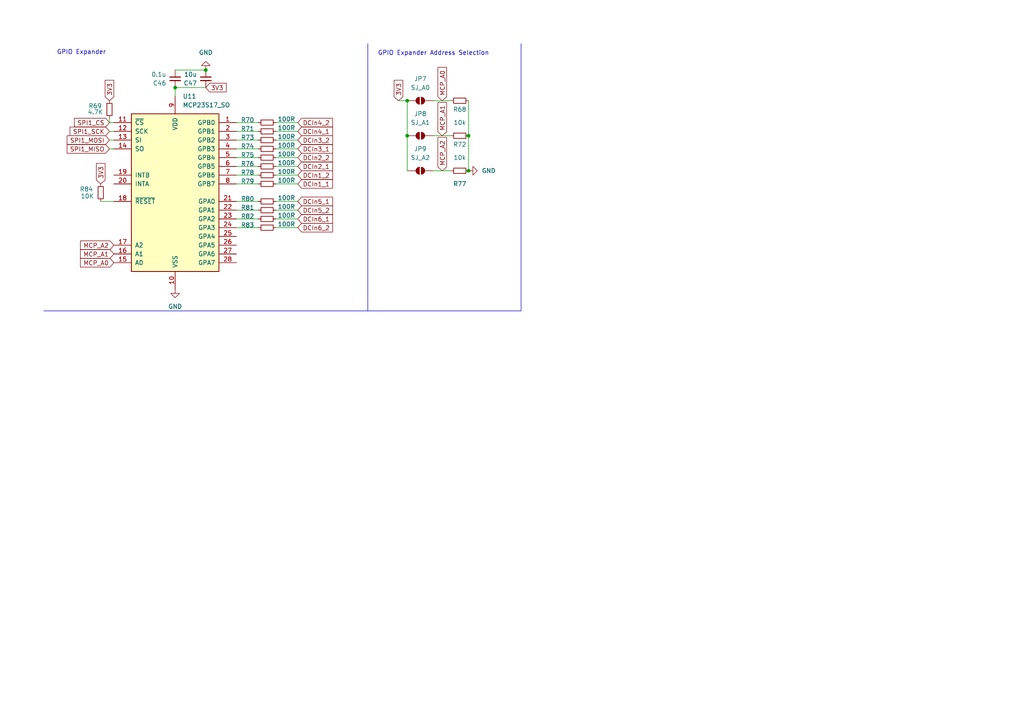
<source format=kicad_sch>
(kicad_sch (version 20231120) (generator "eeschema") (generator_version "8.0")
  (paper "A4")
  (lib_symbols
    (symbol "Device:C_Small" (pin_numbers hide) (pin_names (offset 0.254) hide)
      (property "Reference" "C" (at 0.254 1.778 0))
      (property "Value" "C_Small" (at 0.254 -2.032 0))
      (symbol "C_Small_0_1"
        (polyline (pts (xy -1.524 -0.508) (xy 1.524 -0.508)) (stroke (width 0.3302)))
        (polyline (pts (xy -1.524 0.508) (xy 1.524 0.508)) (stroke (width 0.3048)))
      )
      (symbol "C_Small_1_1"
        (pin passive line (at 0 2.54 270) (length 2.032) (name "~") (number "1"))
        (pin passive line (at 0 -2.54 90) (length 2.032) (name "~") (number "2"))
      )
    )
    (symbol "Device:R_Small" (pin_numbers hide) (pin_names (offset 0.254) hide)
      (property "Reference" "R" (at 0.762 0.508 0))
      (property "Value" "R_Small" (at 0.762 -1.016 0))
      (symbol "R_Small_0_1"
        (rectangle (start -0.762 1.778) (end 0.762 -1.778) (stroke (width 0.2032)))
      )
      (symbol "R_Small_1_1"
        (pin passive line (at 0 2.54 270) (length 0.762) (name "~") (number "1"))
        (pin passive line (at 0 -2.54 90) (length 0.762) (name "~") (number "2"))
      )
    )
    (symbol "Interface_Expansion:MCP23S17_SO" (pin_names (offset 1.016))
      (property "Reference" "U" (at -11.43 24.13 0))
      (property "Value" "MCP23S17_SO" (at 0 0 0))
      (symbol "MCP23S17_SO_0_1"
        (rectangle (start -12.7 22.86) (end 12.7 -22.86) (stroke (width 0.254)) (fill (type background)))
      )
      (symbol "MCP23S17_SO_1_1"
        (pin bidirectional line (at 17.78 20.32 180) (length 5.08) (name "GPB0") (number "1"))
        (pin power_in line (at 0 -27.94 90) (length 5.08) (name "VSS") (number "10"))
        (pin input line (at -17.78 20.32 0) (length 5.08) (name "~{CS}") (number "11"))
        (pin input line (at -17.78 17.78 0) (length 5.08) (name "SCK") (number "12"))
        (pin input line (at -17.78 15.24 0) (length 5.08) (name "SI") (number "13"))
        (pin output line (at -17.78 12.7 0) (length 5.08) (name "SO") (number "14"))
        (pin input line (at -17.78 -20.32 0) (length 5.08) (name "A0") (number "15"))
        (pin input line (at -17.78 -17.78 0) (length 5.08) (name "A1") (number "16"))
        (pin input line (at -17.78 -15.24 0) (length 5.08) (name "A2") (number "17"))
        (pin input line (at -17.78 -2.54 0) (length 5.08) (name "~{RESET}") (number "18"))
        (pin tri_state line (at -17.78 5.08 0) (length 5.08) (name "INTB") (number "19"))
        (pin bidirectional line (at 17.78 17.78 180) (length 5.08) (name "GPB1") (number "2"))
        (pin tri_state line (at -17.78 2.54 0) (length 5.08) (name "INTA") (number "20"))
        (pin bidirectional line (at 17.78 -2.54 180) (length 5.08) (name "GPA0") (number "21"))
        (pin bidirectional line (at 17.78 -5.08 180) (length 5.08) (name "GPA1") (number "22"))
        (pin bidirectional line (at 17.78 -7.62 180) (length 5.08) (name "GPA2") (number "23"))
        (pin bidirectional line (at 17.78 -10.16 180) (length 5.08) (name "GPA3") (number "24"))
        (pin bidirectional line (at 17.78 -12.7 180) (length 5.08) (name "GPA4") (number "25"))
        (pin bidirectional line (at 17.78 -15.24 180) (length 5.08) (name "GPA5") (number "26"))
        (pin bidirectional line (at 17.78 -17.78 180) (length 5.08) (name "GPA6") (number "27"))
        (pin bidirectional line (at 17.78 -20.32 180) (length 5.08) (name "GPA7") (number "28"))
        (pin bidirectional line (at 17.78 15.24 180) (length 5.08) (name "GPB2") (number "3"))
        (pin bidirectional line (at 17.78 12.7 180) (length 5.08) (name "GPB3") (number "4"))
        (pin bidirectional line (at 17.78 10.16 180) (length 5.08) (name "GPB4") (number "5"))
        (pin bidirectional line (at 17.78 7.62 180) (length 5.08) (name "GPB5") (number "6"))
        (pin bidirectional line (at 17.78 5.08 180) (length 5.08) (name "GPB6") (number "7"))
        (pin bidirectional line (at 17.78 2.54 180) (length 5.08) (name "GPB7") (number "8"))
        (pin power_in line (at 0 27.94 270) (length 5.08) (name "VDD") (number "9"))
      )
    )
    (symbol "Jumper:SolderJumper_2_Open" (pin_numbers hide) (pin_names (offset 0) hide) (exclude_from_sim yes) (in_bom no)
      (property "Reference" "JP" (at 0 2.032 0))
      (property "Value" "SolderJumper_2_Open" (at 0 -2.54 0))
      (symbol "SolderJumper_2_Open_0_1"
        (arc (start -0.254 1.016) (mid -1.2656 0) (end -0.254 -1.016))
        (arc (start -0.254 1.016) (mid -1.2656 0) (end -0.254 -1.016) (fill (type outline)))
        (polyline (pts (xy -0.254 1.016) (xy -0.254 -1.016)))
        (polyline (pts (xy 0.254 1.016) (xy 0.254 -1.016)))
        (arc (start 0.254 -1.016) (mid 1.2656 0) (end 0.254 1.016))
        (arc (start 0.254 -1.016) (mid 1.2656 0) (end 0.254 1.016) (fill (type outline)))
      )
      (symbol "SolderJumper_2_Open_1_1"
        (pin passive line (at -3.81 0 0) (length 2.54) (name "A") (number "1"))
        (pin passive line (at 3.81 0 180) (length 2.54) (name "B") (number "2"))
      )
    )
    (symbol "power:GND" (power) (pin_numbers hide) (pin_names (offset 0) hide)
      (property "Value" "GND" (at 0 -3.81 0))
      (symbol "GND_0_1"
        (polyline (pts (xy 0 0) (xy 0 -1.27) (xy 1.27 -1.27) (xy 0 -2.54) (xy -1.27 -1.27) (xy 0 -1.27)))
      )
      (symbol "GND_1_1"
        (pin power_in line (at 0 0 270) (length 0) (name "~") (number "1"))
      )
    )
  )
  (junction (at 135.89 49.53))
  (junction (at 50.8 25.4))
  (junction (at 118.11 39.37))
  (junction (at 135.89 39.37))
  (junction (at 118.11 29.21))
  (junction (at 59.69 20.32))
  (wire (pts (xy 80.01 38.1) (xy 86.36 38.1)))
  (wire (pts (xy 118.11 39.37) (xy 118.11 49.53)))
  (wire (pts (xy 74.9282 60.96) (xy 68.58 60.96)))
  (wire (pts (xy 118.11 29.21) (xy 118.11 39.37)))
  (wire (pts (xy 74.93 53.34) (xy 68.58 53.34)))
  (wire (pts (xy 86.36 40.64) (xy 80.01 40.64)))
  (wire (pts (xy 31.75 43.18) (xy 33.02 43.18)))
  (wire (pts (xy 86.36 63.5) (xy 80.0082 63.5)))
  (wire (pts (xy 135.89 29.21) (xy 135.89 39.37)))
  (polyline (pts (xy 151.13 12.7) (xy 151.13 90.17)))
  (wire (pts (xy 125.73 49.53) (xy 130.81 49.53)))
  (wire (pts (xy 86.36 60.96) (xy 80.0082 60.96)))
  (wire (pts (xy 31.75 35.56) (xy 33.02 35.56)))
  (wire (pts (xy 86.36 53.34) (xy 80.01 53.34)))
  (wire (pts (xy 74.93 43.18) (xy 68.58 43.18)))
  (wire (pts (xy 31.75 40.64) (xy 33.02 40.64)))
  (wire (pts (xy 74.9282 63.5) (xy 68.58 63.5)))
  (polyline (pts (xy 12.7 90.17) (xy 151.13 90.17)))
  (wire (pts (xy 86.36 66.04) (xy 80.01 66.04)))
  (wire (pts (xy 74.93 40.64) (xy 68.58 40.64)))
  (wire (pts (xy 125.73 29.21) (xy 130.81 29.21)))
  (wire (pts (xy 31.75 38.1) (xy 33.02 38.1)))
  (wire (pts (xy 135.89 39.37) (xy 135.89 49.53)))
  (wire (pts (xy 74.93 50.8) (xy 68.58 50.8)))
  (wire (pts (xy 74.93 66.04) (xy 68.58 66.04)))
  (wire (pts (xy 68.58 38.1) (xy 74.93 38.1)))
  (wire (pts (xy 50.8 25.4) (xy 50.8 27.94)))
  (wire (pts (xy 86.36 50.8) (xy 80.01 50.8)))
  (wire (pts (xy 74.93 48.26) (xy 68.58 48.26)))
  (wire (pts (xy 80.01 35.56) (xy 86.36 35.56)))
  (wire (pts (xy 68.58 35.56) (xy 74.93 35.56)))
  (wire (pts (xy 74.93 45.72) (xy 68.58 45.72)))
  (wire (pts (xy 86.36 45.72) (xy 80.01 45.72)))
  (wire (pts (xy 74.93 58.42) (xy 68.58 58.42)))
  (polyline (pts (xy 106.68 12.7) (xy 106.68 90.17)))
  (wire (pts (xy 31.75 34.29) (xy 31.75 35.56)))
  (wire (pts (xy 29.21 58.42) (xy 33.02 58.42)))
  (wire (pts (xy 86.36 48.26) (xy 80.01 48.26)))
  (wire (pts (xy 59.69 20.32) (xy 50.8 20.32)))
  (wire (pts (xy 125.73 39.37) (xy 130.81 39.37)))
  (wire (pts (xy 115.57 29.21) (xy 118.11 29.21)))
  (wire (pts (xy 86.36 58.42) (xy 80.01 58.42)))
  (wire (pts (xy 59.69 25.4) (xy 50.8 25.4)))
  (wire (pts (xy 86.36 43.18) (xy 80.01 43.18)))
  (text "GPIO Expander" (at 23.622 15.24 0) (effects (font (size 1.27 1.27))))
  (text "GPIO Expander Address Selection" (at 125.73 15.494 0) (effects (font (size 1.27 1.27))))
  (global_label "3V3" (shape input) (at 29.21 53.34 90) (property "Intersheetrefs" "${INTERSHEET_REFS}" (effects (hide yes))))
  (global_label "MCP_A2" (shape input) (at 33.02 71.12 180) (property "Intersheetrefs" "${INTERSHEET_REFS}" (effects (hide yes))))
  (global_label "DCIn5_1" (shape input) (at 86.36 58.42 0) (property "Intersheetrefs" "${INTERSHEET_REFS}" (effects (hide yes))))
  (global_label "3V3" (shape input) (at 59.69 25.4 0) (property "Intersheetrefs" "${INTERSHEET_REFS}" (effects (hide yes))))
  (global_label "DCIn6_1" (shape input) (at 86.36 63.5 0) (property "Intersheetrefs" "${INTERSHEET_REFS}" (effects (hide yes))))
  (global_label "3V3" (shape input) (at 31.75 29.21 90) (property "Intersheetrefs" "${INTERSHEET_REFS}" (effects (hide yes))))
  (global_label "SPI1_SCK" (shape input) (at 31.75 38.1 180) (property "Intersheetrefs" "${INTERSHEET_REFS}" (effects (hide yes))))
  (global_label "DCIn2_1" (shape input) (at 86.36 48.26 0) (property "Intersheetrefs" "${INTERSHEET_REFS}" (effects (hide yes))))
  (global_label "SPI1_MISO" (shape input) (at 31.75 43.18 180) (property "Intersheetrefs" "${INTERSHEET_REFS}" (effects (hide yes))))
  (global_label "MCP_A0" (shape input) (at 128.27 29.21 90) (property "Intersheetrefs" "${INTERSHEET_REFS}" (effects (hide yes))))
  (global_label "DCIn2_2" (shape input) (at 86.36 45.72 0) (property "Intersheetrefs" "${INTERSHEET_REFS}" (effects (hide yes))))
  (global_label "DCIn6_2" (shape input) (at 86.36 66.04 0) (property "Intersheetrefs" "${INTERSHEET_REFS}" (effects (hide yes))))
  (global_label "DCIn4_1" (shape input) (at 86.36 38.1 0) (property "Intersheetrefs" "${INTERSHEET_REFS}" (effects (hide yes))))
  (global_label "SPI1_MOSI" (shape input) (at 31.75 40.64 180) (property "Intersheetrefs" "${INTERSHEET_REFS}" (effects (hide yes))))
  (global_label "MCP_A2" (shape input) (at 128.27 49.53 90) (property "Intersheetrefs" "${INTERSHEET_REFS}" (effects (hide yes))))
  (global_label "DCIn3_2" (shape input) (at 86.36 40.64 0) (property "Intersheetrefs" "${INTERSHEET_REFS}" (effects (hide yes))))
  (global_label "DCIn4_2" (shape input) (at 86.36 35.56 0) (property "Intersheetrefs" "${INTERSHEET_REFS}" (effects (hide yes))))
  (global_label "DCIn5_2" (shape input) (at 86.36 60.96 0) (property "Intersheetrefs" "${INTERSHEET_REFS}" (effects (hide yes))))
  (global_label "3V3" (shape input) (at 115.57 29.21 90) (property "Intersheetrefs" "${INTERSHEET_REFS}" (effects (hide yes))))
  (global_label "DCIn3_1" (shape input) (at 86.36 43.18 0) (property "Intersheetrefs" "${INTERSHEET_REFS}" (effects (hide yes))))
  (global_label "MCP_A1" (shape input) (at 33.02 73.66 180) (property "Intersheetrefs" "${INTERSHEET_REFS}" (effects (hide yes))))
  (global_label "SPI1_CS" (shape input) (at 31.75 35.56 180) (property "Intersheetrefs" "${INTERSHEET_REFS}" (effects (hide yes))))
  (global_label "MCP_A1" (shape input) (at 128.27 39.37 90) (property "Intersheetrefs" "${INTERSHEET_REFS}" (effects (hide yes))))
  (global_label "MCP_A0" (shape input) (at 33.02 76.2 180) (property "Intersheetrefs" "${INTERSHEET_REFS}" (effects (hide yes))))
  (global_label "DCIn1_2" (shape input) (at 86.36 50.8 0) (property "Intersheetrefs" "${INTERSHEET_REFS}" (effects (hide yes))))
  (global_label "DCIn1_1" (shape input) (at 86.36 53.34 0) (property "Intersheetrefs" "${INTERSHEET_REFS}" (effects (hide yes))))
  (symbol (lib_id "Device:R_Small") (at 77.47 53.34 270) (unit 1)
    (property "Reference" "R79" (at 69.85 52.578 90) (effects (justify left)))
    (property "Value" "100R" (at 80.518 52.324 90) (effects (justify left)))
    (property "Footprint" "Resistor_SMD:R_0805_2012Metric" (effects (hide yes)))
    (property "Description" "Resistor, small symbol" (effects (hide yes)))
  )
  (symbol (lib_id "Device:R_Small") (at 77.47 45.72 270) (unit 1)
    (property "Reference" "R75" (at 69.85 44.958 90) (effects (justify left)))
    (property "Value" "100R" (at 80.518 44.704 90) (effects (justify left)))
    (property "Footprint" "Resistor_SMD:R_0805_2012Metric" (effects (hide yes)))
    (property "Description" "Resistor, small symbol" (effects (hide yes)))
  )
  (symbol (lib_id "power:GND") (at 50.8 83.82 0) (unit 1)
    (property "Reference" "#PWR051" (effects (hide yes)))
    (property "Value" "GND" (at 50.8 88.9 0))
    (property "Description" "Power symbol creates a global label with name \"GND\" , ground" (effects (hide yes)))
  )
  (symbol (lib_id "Interface_Expansion:MCP23S17_SO") (at 50.8 55.88 0) (unit 1)
    (property "Reference" "U11" (at 52.9941 27.94 0) (effects (justify left)))
    (property "Value" "MCP23S17_SO" (at 52.9941 30.48 0) (effects (justify left)))
    (property "Footprint" "Package_SO:SOIC-28W_7.5x17.9mm_P1.27mm" (effects (hide yes)))
    (property "Datasheet" "http://ww1.microchip.com/downloads/en/DeviceDoc/20001952C.pdf" (effects (hide yes)))
    (property "Description" "16-bit I/O expander, SPI, interrupts, w pull-ups, SOIC-28" (effects (hide yes)))
  )
  (symbol (lib_id "Device:R_Small") (at 77.47 66.04 270) (unit 1)
    (property "Reference" "R83" (at 69.85 65.278 90) (effects (justify left)))
    (property "Value" "100R" (at 80.518 65.024 90) (effects (justify left)))
    (property "Footprint" "Resistor_SMD:R_0805_2012Metric" (effects (hide yes)))
    (property "Description" "Resistor, small symbol" (effects (hide yes)))
  )
  (symbol (lib_id "Device:C_Small") (at 50.8 22.86 0) (unit 1)
    (property "Reference" "C46" (at 48.26 24.1365 0) (effects (justify right)))
    (property "Value" "0.1u" (at 48.26 21.5965 0) (effects (justify right)))
    (property "Footprint" "Capacitor_SMD:C_0805_2012Metric" (effects (hide yes)))
    (property "Description" "Unpolarized capacitor, small symbol" (effects (hide yes)))
  )
  (symbol (lib_id "Device:C_Small") (at 59.69 22.86 0) (unit 1)
    (property "Reference" "C47" (at 57.15 24.1365 0) (effects (justify right)))
    (property "Value" "10u" (at 57.15 21.5965 0) (effects (justify right)))
    (property "Footprint" "Capacitor_SMD:C_0805_2012Metric" (effects (hide yes)))
    (property "Description" "Unpolarized capacitor, small symbol" (effects (hide yes)))
  )
  (symbol (lib_id "Device:R_Small") (at 77.4682 60.96 270) (unit 1)
    (property "Reference" "R81" (at 69.8482 60.198 90) (effects (justify left)))
    (property "Value" "100R" (at 80.5162 59.944 90) (effects (justify left)))
    (property "Footprint" "Resistor_SMD:R_0805_2012Metric" (effects (hide yes)))
    (property "Description" "Resistor, small symbol" (effects (hide yes)))
  )
  (symbol (lib_id "Device:R_Small") (at 77.47 40.64 270) (unit 1)
    (property "Reference" "R73" (at 69.85 39.878 90) (effects (justify left)))
    (property "Value" "100R" (at 80.518 39.624 90) (effects (justify left)))
    (property "Footprint" "Resistor_SMD:R_0805_2012Metric" (effects (hide yes)))
    (property "Description" "Resistor, small symbol" (effects (hide yes)))
  )
  (symbol (lib_id "Device:R_Small") (at 77.47 58.42 270) (unit 1)
    (property "Reference" "R80" (at 69.85 57.658 90) (effects (justify left)))
    (property "Value" "100R" (at 80.518 57.404 90) (effects (justify left)))
    (property "Footprint" "Resistor_SMD:R_0805_2012Metric" (effects (hide yes)))
    (property "Description" "Resistor, small symbol" (effects (hide yes)))
  )
  (symbol (lib_id "Device:R_Small") (at 77.47 50.8 270) (unit 1)
    (property "Reference" "R78" (at 69.85 50.038 90) (effects (justify left)))
    (property "Value" "100R" (at 80.518 49.784 90) (effects (justify left)))
    (property "Footprint" "Resistor_SMD:R_0805_2012Metric" (effects (hide yes)))
    (property "Description" "Resistor, small symbol" (effects (hide yes)))
  )
  (symbol (lib_id "Device:R_Small") (at 77.47 48.26 270) (unit 1)
    (property "Reference" "R76" (at 69.85 47.498 90) (effects (justify left)))
    (property "Value" "100R" (at 80.518 47.244 90) (effects (justify left)))
    (property "Footprint" "Resistor_SMD:R_0805_2012Metric" (effects (hide yes)))
    (property "Description" "Resistor, small symbol" (effects (hide yes)))
  )
  (symbol (lib_id "Device:R_Small") (at 133.35 49.53 270) (unit 1)
    (property "Reference" "R77" (at 133.35 53.34 90))
    (property "Value" "10k" (effects (hide yes)))
    (property "Footprint" "Resistor_SMD:R_0805_2012Metric" (effects (hide yes)))
    (property "Description" "Resistor, small symbol" (effects (hide yes)))
  )
  (symbol (lib_id "Device:R_Small") (at 29.21 55.88 0) (unit 1)
    (property "Reference" "R84" (at 23.114 54.864 0) (effects (justify left)))
    (property "Value" "10K" (at 23.368 56.896 0) (effects (justify left)))
    (property "Footprint" "Resistor_SMD:R_0805_2012Metric" (effects (hide yes)))
    (property "Description" "Resistor, small symbol" (effects (hide yes)))
  )
  (symbol (lib_id "Jumper:SolderJumper_2_Open") (at 121.92 29.21 0) (unit 1) (exclude_from_sim yes) (in_bom no)
    (property "Reference" "JP7" (at 121.92 22.86 0))
    (property "Value" "SJ_A0" (at 121.92 25.4 0))
    (property "Footprint" "Jumper:SolderJumper-2_P1.3mm_Open_RoundedPad1.0x1.5mm" (effects (hide yes)))
    (property "Description" "Solder Jumper, 2-pole, open" (effects (hide yes)))
  )
  (symbol (lib_id "power:GND") (at 59.69 20.32 180) (unit 1)
    (property "Reference" "#PWR049" (effects (hide yes)))
    (property "Value" "GND" (at 59.69 15.24 0))
    (property "Description" "Power symbol creates a global label with name \"GND\" , ground" (effects (hide yes)))
  )
  (symbol (lib_id "Device:R_Small") (at 77.4682 63.5 270) (unit 1)
    (property "Reference" "R82" (at 69.8482 62.738 90) (effects (justify left)))
    (property "Value" "100R" (at 80.5162 62.484 90) (effects (justify left)))
    (property "Footprint" "Resistor_SMD:R_0805_2012Metric" (effects (hide yes)))
    (property "Description" "Resistor, small symbol" (effects (hide yes)))
  )
  (symbol (lib_id "Device:R_Small") (at 133.35 29.21 270) (unit 1)
    (property "Reference" "R68" (at 133.35 31.75 90))
    (property "Value" "10k" (at 133.35 35.56 90))
    (property "Footprint" "Resistor_SMD:R_0805_2012Metric" (effects (hide yes)))
    (property "Description" "Resistor, small symbol" (effects (hide yes)))
  )
  (symbol (lib_id "Device:R_Small") (at 31.75 31.75 0) (unit 1)
    (property "Reference" "R69" (at 25.654 30.734 0) (effects (justify left)))
    (property "Value" "4.7K" (at 25.4 32.512 0) (effects (justify left)))
    (property "Footprint" "Resistor_SMD:R_0805_2012Metric" (effects (hide yes)))
    (property "Description" "Resistor, small symbol" (effects (hide yes)))
  )
  (symbol (lib_id "power:GND") (at 135.89 49.53 90) (unit 1)
    (property "Reference" "#PWR050" (effects (hide yes)))
    (property "Value" "GND" (at 139.7 49.5299 90) (effects (justify right)))
    (property "Description" "Power symbol creates a global label with name \"GND\" , ground" (effects (hide yes)))
  )
  (symbol (lib_id "Device:R_Small") (at 133.35 39.37 270) (unit 1)
    (property "Reference" "R72" (at 133.35 41.91 90))
    (property "Value" "10k" (at 133.35 45.72 90))
    (property "Footprint" "Resistor_SMD:R_0805_2012Metric" (effects (hide yes)))
    (property "Description" "Resistor, small symbol" (effects (hide yes)))
  )
  (symbol (lib_id "Device:R_Small") (at 77.47 43.18 270) (unit 1)
    (property "Reference" "R74" (at 69.85 42.418 90) (effects (justify left)))
    (property "Value" "100R" (at 80.518 42.164 90) (effects (justify left)))
    (property "Footprint" "Resistor_SMD:R_0805_2012Metric" (effects (hide yes)))
    (property "Description" "Resistor, small symbol" (effects (hide yes)))
  )
  (symbol (lib_id "Jumper:SolderJumper_2_Open") (at 121.92 49.53 0) (unit 1) (exclude_from_sim yes) (in_bom no)
    (property "Reference" "JP9" (at 121.92 43.18 0))
    (property "Value" "SJ_A2" (at 121.92 45.72 0))
    (property "Footprint" "Jumper:SolderJumper-2_P1.3mm_Open_RoundedPad1.0x1.5mm" (effects (hide yes)))
    (property "Description" "Solder Jumper, 2-pole, open" (effects (hide yes)))
  )
  (symbol (lib_id "Jumper:SolderJumper_2_Open") (at 121.92 39.37 0) (unit 1) (exclude_from_sim yes) (in_bom no)
    (property "Reference" "JP8" (at 121.92 33.02 0))
    (property "Value" "SJ_A1" (at 121.92 35.56 0))
    (property "Footprint" "Jumper:SolderJumper-2_P1.3mm_Open_RoundedPad1.0x1.5mm" (effects (hide yes)))
    (property "Description" "Solder Jumper, 2-pole, open" (effects (hide yes)))
  )
  (symbol (lib_id "Device:R_Small") (at 77.47 35.56 270) (unit 1)
    (property "Reference" "R70" (at 69.85 34.798 90) (effects (justify left)))
    (property "Value" "100R" (at 80.518 34.544 90) (effects (justify left)))
    (property "Footprint" "Resistor_SMD:R_0805_2012Metric" (effects (hide yes)))
    (property "Description" "Resistor, small symbol" (effects (hide yes)))
  )
  (symbol (lib_id "Device:R_Small") (at 77.47 38.1 270) (unit 1)
    (property "Reference" "R71" (at 69.85 37.338 90) (effects (justify left)))
    (property "Value" "100R" (at 80.518 37.084 90) (effects (justify left)))
    (property "Footprint" "Resistor_SMD:R_0805_2012Metric" (effects (hide yes)))
    (property "Description" "Resistor, small symbol" (effects (hide yes)))
  )
)
</source>
